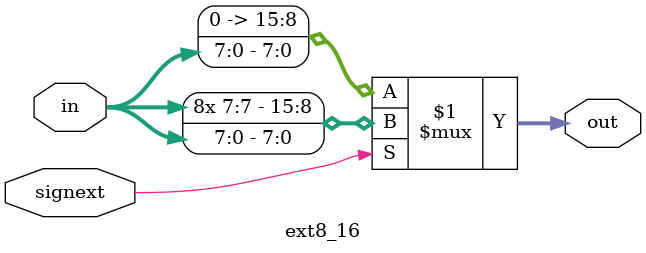
<source format=v>
module ext8_16 (in, signext, out);
    input [7:0] in;
    input signext;
    output [15:0] out;
    assign out = signext ? {{8{in[7]}}, {in}} : {{8{1'b0}}, {in}};
endmodule
</source>
